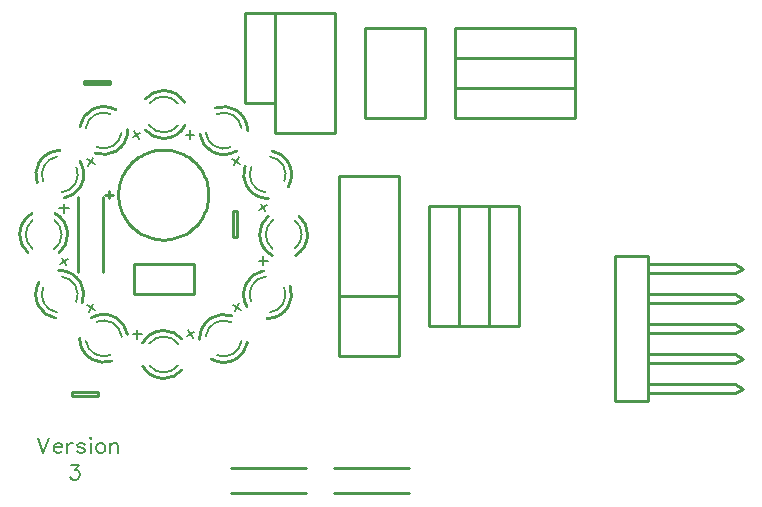
<source format=gto>
G04 DipTrace 3.0.0.2*
G04 TopSilk.gbr*
%MOMM*%
G04 #@! TF.FileFunction,Legend,Top*
G04 #@! TF.Part,Single*
%ADD10C,0.25*%
%ADD14C,0.254*%
%ADD49C,0.1524*%
%ADD50C,0.127*%
%ADD116C,0.19608*%
%FSLAX35Y35*%
G04*
G71*
G90*
G75*
G01*
G04 TopSilk*
%LPD*%
X1754865Y3769891D2*
D10*
Y3829936D1*
X1724903Y3799914D2*
X1784914D1*
X1833865D2*
X1834793Y3826491D1*
X1837573Y3852939D1*
X1842191Y3879128D1*
X1848625Y3904931D1*
X1856843Y3930223D1*
X1866806Y3954880D1*
X1878464Y3978782D1*
X1891761Y4001813D1*
X1906633Y4023860D1*
X1923006Y4044816D1*
X1940802Y4064578D1*
X1959932Y4083052D1*
X1980305Y4100146D1*
X2001821Y4115777D1*
X2024374Y4129869D1*
X2047856Y4142354D1*
X2072151Y4153171D1*
X2097142Y4162266D1*
X2122707Y4169596D1*
X2148720Y4175125D1*
X2175056Y4178826D1*
X2201586Y4180682D1*
X2228181D1*
X2254711Y4178826D1*
X2281047Y4175125D1*
X2307060Y4169596D1*
X2332625Y4162266D1*
X2357616Y4153171D1*
X2381911Y4142354D1*
X2405393Y4129869D1*
X2427947Y4115777D1*
X2449462Y4100146D1*
X2469835Y4083052D1*
X2488966Y4064578D1*
X2506761Y4044816D1*
X2523134Y4023860D1*
X2538006Y4001813D1*
X2551303Y3978782D1*
X2562962Y3954880D1*
X2572924Y3930223D1*
X2581143Y3904931D1*
X2587576Y3879128D1*
X2592195Y3852939D1*
X2594974Y3826491D1*
X2595903Y3799914D1*
X2594974Y3773336D1*
X2592195Y3746889D1*
X2587576Y3720699D1*
X2581143Y3694896D1*
X2572924Y3669604D1*
X2562962Y3644947D1*
X2551303Y3621045D1*
X2538006Y3598014D1*
X2523134Y3575967D1*
X2506761Y3555012D1*
X2488966Y3535249D1*
X2469835Y3516775D1*
X2449462Y3499682D1*
X2427947Y3484050D1*
X2405393Y3469958D1*
X2381911Y3457473D1*
X2357616Y3446657D1*
X2332625Y3437561D1*
X2307060Y3430231D1*
X2281047Y3424702D1*
X2254711Y3421001D1*
X2228181Y3419146D1*
X2201586D1*
X2175056Y3421001D1*
X2148720Y3424702D1*
X2122707Y3430231D1*
X2097142Y3437561D1*
X2072151Y3446657D1*
X2047856Y3457473D1*
X2024374Y3469958D1*
X2001821Y3484050D1*
X1980305Y3499682D1*
X1959932Y3516775D1*
X1940802Y3535249D1*
X1923006Y3555012D1*
X1906633Y3575967D1*
X1891761Y3598014D1*
X1878464Y3621045D1*
X1866806Y3644947D1*
X1856843Y3669604D1*
X1848625Y3694896D1*
X1842191Y3720699D1*
X1837573Y3746889D1*
X1834793Y3773336D1*
X1833865Y3799914D1*
X4432306Y5209614D2*
X3924306D1*
Y4447614D1*
X4432306D1*
Y5209614D1*
X3670306Y5336614D2*
X3162306D1*
Y4320614D1*
X3670306D1*
Y5336614D1*
X4687011Y4701626D2*
X5703101D1*
Y4447614D1*
X4687011D1*
Y4701626D1*
X4686341Y4956273D2*
X5702431D1*
Y4702260D1*
X4686341D1*
Y4956273D1*
Y5209626D2*
X5702431D1*
Y4955614D1*
X4686341D1*
Y5209626D1*
X3162319Y5336566D2*
X2908306D1*
Y4574662D1*
X3162319D1*
Y5336566D1*
X1493206Y3144594D2*
Y3779594D1*
X1707206Y3144594D2*
Y3779594D1*
X4291973Y1269754D2*
X3656973D1*
X4291973Y1483754D2*
X3656973D1*
X3418846Y1269754D2*
X2783846D1*
X3418846Y1483754D2*
X2783846D1*
X6315644Y2116523D2*
X7055632D1*
X6315644Y2196530D2*
X7055632D1*
Y2116523D2*
X7122666Y2156588D1*
X7055632Y2196530D2*
X7122666Y2156588D1*
X6037648Y2050034D2*
X6315644D1*
Y3279034D1*
X6037648D1*
Y2050034D1*
X6315644Y2370557D2*
X7055632D1*
X6315644Y2450565D2*
X7055632D1*
Y2370557D2*
X7122666Y2410499D1*
X7055632Y2450565D2*
X7122666Y2410499D1*
X6315644Y2624468D2*
X7055632D1*
X6315644Y2704599D2*
X7055632D1*
Y2624468D2*
X7122666Y2664534D1*
X7055632Y2704599D2*
X7122666Y2664534D1*
X6315644Y2878503D2*
X7055632D1*
X6315644Y2958510D2*
X7055632D1*
Y2878503D2*
X7122666Y2918568D1*
X7055632Y2958510D2*
X7122666Y2918568D1*
X6315644Y3132537D2*
X7055632D1*
X6315644Y3212545D2*
X7055632D1*
Y3132537D2*
X7122666Y3172479D1*
X7055632Y3212545D2*
X7122666Y3172479D1*
X4207516Y3959300D2*
X3699516D1*
Y2943300D1*
X4207516D1*
Y3959300D1*
X5223222Y3706375D2*
X4969209D1*
Y2690285D1*
X5223222D1*
Y3706375D1*
X4969195D2*
X4715183D1*
Y2690285D1*
X4969195D1*
Y3706375D1*
X4714522Y3705682D2*
X4460509D1*
Y2689592D1*
X4714522D1*
Y3705682D1*
X3700786Y2435934D2*
X4208786D1*
Y2943934D1*
X3700786D1*
Y2435934D1*
X1963396Y3210646D2*
X2471456D1*
Y2956634D1*
X1963396D1*
Y3210646D1*
X1539881Y4765742D2*
X1762131D1*
Y4734005D1*
X1539881D1*
Y4765742D1*
X2803537Y3439869D2*
X2835275D1*
Y3662119D1*
X2803537D1*
Y3439869D1*
X1665611Y2094945D2*
X1443361D1*
Y2126682D1*
X1665611D1*
Y2094945D1*
X2217407Y2598495D2*
D49*
G02X2341445Y2534654I34J-152352D01*
G01*
X2095501Y2537552D2*
G02X2217407Y2598495I121999J-91639D01*
G01*
Y2293694D2*
G03X2337737Y2352526I57J152354D01*
G01*
X2097124D2*
G03X2217407Y2293694I120272J93522D01*
G01*
Y2649296D2*
D14*
G02X2373521Y2576180I103J-203002D01*
G01*
X2038118Y2541733D2*
G02X2217407Y2649296I179407J-95838D01*
G01*
Y2242894D2*
G03X2372547Y2314850I-37J203302D01*
G01*
X2040992Y2345281D2*
G03X2217407Y2242894I176434J100823D01*
G01*
X1958346Y2618824D2*
D50*
X2031999D1*
X1993898Y2578167D2*
Y2656914D1*
X2965763Y3893871D2*
D49*
G02X2959016Y4033240I132116J76244D01*
G01*
X3079494Y3818798D2*
G02X2965763Y3893871I18176J151219D01*
G01*
X3229766Y4046262D2*
G03X3118637Y4121079I-131892J-75964D01*
G01*
X3238952Y3912715D2*
G03X3229766Y4046262I-141180J57378D01*
G01*
X2921743Y3868489D2*
D14*
G02X2907029Y4040236I175646J101552D01*
G01*
X3104573Y3767013D2*
G02X2921743Y3868489I-6756J203270D01*
G01*
X3273746Y4071695D2*
G03X3133839Y4170055I-176029J-101701D01*
G01*
X3273299Y3867723D2*
G03X3273746Y4071695I-175456J102371D01*
G01*
X3077705Y3659359D2*
D50*
X3040879Y3723145D1*
X3095143Y3710479D2*
X3026937Y3671105D1*
X2649251Y4209485D2*
D49*
G02X2573726Y4326817I75996J131891D01*
G01*
X2785294Y4201324D2*
G02X2649251Y4209485I-59841J140452D01*
G01*
X2801633Y4473508D2*
G03X2668012Y4482713I-76229J-132108D01*
G01*
X2876392Y4362395D2*
G03X2801633Y4473508I-151110J-20964D01*
G01*
X2623834Y4165497D2*
D14*
G02X2525192Y4306864I101467J175901D01*
G01*
X2832900Y4168981D2*
G02X2623834Y4165497I-107441J172788D01*
G01*
X2827050Y4517495D2*
G03X2656715Y4532771I-101643J-176075D01*
G01*
X2928638Y4340601D2*
G03X2827050Y4517495I-203251J893D01*
G01*
X2863441Y4062346D2*
D50*
X2799656Y4099168D1*
X2852992Y4115340D2*
X2813616Y4047120D1*
X2649203Y2713756D2*
D49*
G02X2788572Y2720503I76244J-132116D01*
G01*
X2574130Y2600026D2*
G02X2649203Y2713756I151219J-18176D01*
G01*
X2801595Y2449754D2*
G03X2876412Y2560883I-75964J131892D01*
G01*
X2668048Y2440568D2*
G03X2801595Y2449754I57378J141180D01*
G01*
X2623821Y2757777D2*
D14*
G02X2795569Y2772491I101552J-175646D01*
G01*
X2522346Y2574947D2*
G02X2623821Y2757777I203270J6756D01*
G01*
X2827027Y2405774D2*
G03X2925388Y2545681I-101701J176029D01*
G01*
X2623055Y2406221D2*
G03X2827027Y2405774I102371J175456D01*
G01*
X2414691Y2601814D2*
D50*
X2478477Y2638640D1*
X2465812Y2584377D2*
X2426437Y2652582D1*
X1353828Y3462112D2*
D49*
G02X1289986Y3338074I-152352J-34D01*
G01*
X1292884Y3584018D2*
G02X1353828Y3462112I-91639J-121999D01*
G01*
X1049026D2*
G03X1107858Y3341782I152354J-57D01*
G01*
Y3582396D2*
G03X1049026Y3462112I93522J-120272D01*
G01*
X1404628D2*
D14*
G02X1331512Y3305999I-203002J-103D01*
G01*
X1297066Y3641402D2*
G02X1404628Y3462112I-95838J-179407D01*
G01*
X998226D2*
G03X1070183Y3306972I203302J37D01*
G01*
X1100613Y3638528D2*
G03X998226Y3462112I100823J-176434D01*
G01*
X1374156Y3721174D2*
D50*
Y3647520D1*
X1333499Y3685622D2*
X1412246D1*
X2217445Y4325692D2*
D49*
G02X2093407Y4389534I-34J152351D01*
G01*
X2339350Y4386636D2*
G02X2217445Y4325692I-121999J91639D01*
G01*
Y4630493D2*
G03X2097115Y4571661I-57J-152354D01*
G01*
X2337728D2*
G03X2217445Y4630493I-120272J-93522D01*
G01*
Y4274892D2*
D14*
G02X2061331Y4348008I-103J203002D01*
G01*
X2396734Y4382454D2*
G02X2217445Y4274892I-179407J95838D01*
G01*
Y4681294D2*
G03X2062304Y4609337I37J-203302D01*
G01*
X2393860Y4578906D2*
G03X2217445Y4681294I-176434J-100823D01*
G01*
X2476506Y4305363D2*
D50*
X2402853D1*
X2440954Y4346020D2*
Y4267274D1*
X2964817Y3030268D2*
D49*
G02X3082150Y3105793I131891J-75996D01*
G01*
X2956657Y2894226D2*
G02X2964817Y3030268I140452J59841D01*
G01*
X3228840Y2877886D2*
G03X3238046Y3011508I-132108J76229D01*
G01*
X3117727Y2803128D2*
G03X3228840Y2877886I-20964J151110D01*
G01*
X2920830Y3055685D2*
D14*
G02X3062196Y3154328I175901J-101467D01*
G01*
X2924313Y2846619D2*
G02X2920830Y3055685I172788J107441D01*
G01*
X3272827Y2852469D2*
G03X3288103Y3022804I-176075J101643D01*
G01*
X3095933Y2750881D2*
G03X3272827Y2852469I893J203251D01*
G01*
X2817679Y2816078D2*
D50*
X2854501Y2879863D1*
X2870672Y2826528D2*
X2802452Y2865904D1*
X1469088Y3030317D2*
D49*
G02X1475836Y2890948I-132116J-76244D01*
G01*
X1355358Y3105389D2*
G02X1469088Y3030317I-18176J-151219D01*
G01*
X1205086Y2877925D2*
G03X1316215Y2803108I131892J75964D01*
G01*
X1195900Y3011472D2*
G03X1205086Y2877925I141180J-57378D01*
G01*
X1513109Y3055698D2*
D14*
G02X1527823Y2883951I-175646J-101552D01*
G01*
X1330279Y3157174D2*
G02X1513109Y3055698I6756J-203270D01*
G01*
X1161106Y2852492D2*
G03X1301013Y2754132I176029J101701D01*
G01*
X1161553Y3056464D2*
G03X1161106Y2852492I175456J-102371D01*
G01*
X1357147Y3264829D2*
D50*
X1393973Y3201043D1*
X1339709Y3213708D2*
X1407915Y3253083D1*
X1785649Y4210431D2*
D49*
G02X1646280Y4203684I-76244J132116D01*
G01*
X1860721Y4324161D2*
G02X1785649Y4210431I-151219J18176D01*
G01*
X1633257Y4474433D2*
G03X1558440Y4363305I75964J-131892D01*
G01*
X1766804Y4483620D2*
G03X1633257Y4474433I-57378J-141180D01*
G01*
X1811031Y4166410D2*
D14*
G02X1639283Y4151696I-101552J175646D01*
G01*
X1912506Y4349241D2*
G02X1811031Y4166410I-203270J-6756D01*
G01*
X1607824Y4518413D2*
G03X1509464Y4378507I101701J-176029D01*
G01*
X1811797Y4517966D2*
G03X1607824Y4518413I-102371J-175456D01*
G01*
X2020161Y4322373D2*
D50*
X1956375Y4285547D1*
X1969040Y4339811D2*
X2008415Y4271605D1*
X3081024Y3462075D2*
D49*
G02X3144866Y3586113I152351J34D01*
G01*
X3141968Y3340169D2*
G02X3081024Y3462075I91639J121999D01*
G01*
X3385826D2*
G03X3326993Y3582405I-152354J57D01*
G01*
Y3341791D2*
G03X3385826Y3462075I-93522J120272D01*
G01*
X3030224D2*
D14*
G02X3103340Y3618188I203002J103D01*
G01*
X3137786Y3282785D2*
G02X3030224Y3462075I95838J179407D01*
G01*
X3436626D2*
G03X3364669Y3617215I-203302J-37D01*
G01*
X3334239Y3285659D2*
G03X3436626Y3462075I-100823J176434D01*
G01*
X3060696Y3203014D2*
D50*
Y3276667D1*
X3101353Y3238566D2*
X3022606D1*
X1785600Y2714702D2*
D49*
G02X1861126Y2597370I-75996J-131891D01*
G01*
X1649558Y2722863D2*
G02X1785600Y2714702I59841J-140452D01*
G01*
X1633219Y2450679D2*
G03X1766840Y2441474I76229J132108D01*
G01*
X1558460Y2561792D2*
G03X1633219Y2450679I151110J20964D01*
G01*
X1811018Y2758690D2*
D14*
G02X1909660Y2617323I-101467J-175901D01*
G01*
X1601951Y2755207D2*
G02X1811018Y2758690I107441J-172788D01*
G01*
X1607801Y2406692D2*
G03X1778137Y2391416I101643J176075D01*
G01*
X1506214Y2583587D2*
G03X1607801Y2406692I203251J-893D01*
G01*
X1571411Y2861841D2*
D50*
X1635195Y2825019D1*
X1581860Y2808847D2*
X1621236Y2877067D1*
X1470035Y3893919D2*
D49*
G02X1352702Y3818394I-131891J75996D01*
G01*
X1478195Y4029961D2*
G02X1470035Y3893919I-140452J-59841D01*
G01*
X1206012Y4046301D2*
G03X1196806Y3912679I132108J-76229D01*
G01*
X1317124Y4121060D2*
G03X1206012Y4046301I20964J-151110D01*
G01*
X1514022Y3868502D2*
D14*
G02X1372656Y3769859I-175901J101467D01*
G01*
X1510539Y4077568D2*
G02X1514022Y3868502I-172788J-107441D01*
G01*
X1162025Y4071718D2*
G03X1146748Y3901383I176075J-101643D01*
G01*
X1338919Y4173306D2*
G03X1162025Y4071718I-893J-203251D01*
G01*
X1617173Y4108109D2*
D50*
X1580351Y4044324D1*
X1564179Y4097660D2*
X1632400Y4058283D1*
X1149823Y1737985D2*
D116*
X1198396Y1610376D1*
X1246969Y1737985D1*
X1286185Y1658949D2*
X1359045D1*
Y1671162D1*
X1353008Y1683376D1*
X1346972Y1689412D1*
X1334758Y1695449D1*
X1316508D1*
X1304435Y1689412D1*
X1292222Y1677199D1*
X1286185Y1658949D1*
Y1646876D1*
X1292222Y1628626D1*
X1304435Y1616553D1*
X1316508Y1610376D1*
X1334758D1*
X1346972Y1616553D1*
X1359045Y1628626D1*
X1398260Y1695449D2*
Y1610376D1*
Y1658949D2*
X1404437Y1677199D1*
X1416510Y1689412D1*
X1428724Y1695449D1*
X1446974D1*
X1553013Y1677199D2*
X1546976Y1689412D1*
X1528726Y1695449D1*
X1510476D1*
X1492226Y1689412D1*
X1486189Y1677199D1*
X1492226Y1665126D1*
X1504439Y1658949D1*
X1534763Y1652912D1*
X1546976Y1646876D1*
X1553013Y1634662D1*
Y1628626D1*
X1546976Y1616553D1*
X1528726Y1610376D1*
X1510476D1*
X1492226Y1616553D1*
X1486189Y1628626D1*
X1592228Y1737985D2*
X1598265Y1731949D1*
X1604442Y1737985D1*
X1598265Y1744162D1*
X1592228Y1737985D1*
X1598265Y1695449D2*
Y1610376D1*
X1673980Y1695449D2*
X1661907Y1689412D1*
X1649694Y1677199D1*
X1643657Y1658949D1*
Y1646876D1*
X1649694Y1628626D1*
X1661907Y1616553D1*
X1673980Y1610376D1*
X1692230D1*
X1704444Y1616553D1*
X1716517Y1628626D1*
X1722694Y1646876D1*
Y1658949D1*
X1716517Y1677199D1*
X1704444Y1689412D1*
X1692230Y1695449D1*
X1673980D1*
X1761910D2*
Y1610376D1*
Y1671162D2*
X1780160Y1689412D1*
X1792373Y1695449D1*
X1810483D1*
X1822696Y1689412D1*
X1828733Y1671162D1*
Y1610376D1*
X1436357Y1514325D2*
X1503039D1*
X1466680Y1465752D1*
X1484930D1*
X1497003Y1459715D1*
X1503039Y1453679D1*
X1509216Y1435429D1*
Y1423356D1*
X1503039Y1405106D1*
X1490966Y1392892D1*
X1472716Y1386856D1*
X1454466D1*
X1436357Y1392892D1*
X1430320Y1399069D1*
X1424143Y1411142D1*
M02*

</source>
